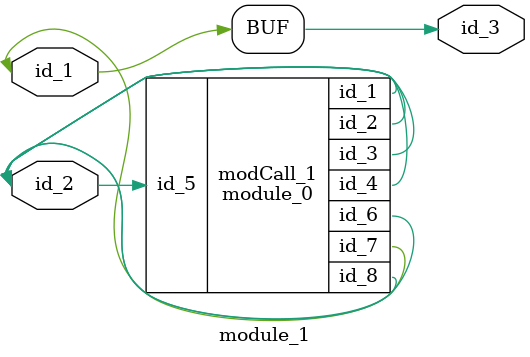
<source format=v>
module module_0 (
    id_1,
    id_2,
    id_3,
    id_4,
    id_5,
    id_6,
    id_7,
    id_8
);
  inout wire id_8;
  output wire id_7;
  inout wire id_6;
  input wire id_5;
  output wire id_4;
  output tri id_3;
  inout wire id_2;
  inout wire id_1;
  assign id_3 = 1 ? 1 === 1'd0 : id_6;
  wire id_9, id_10;
endmodule
module module_1 (
    id_1,
    id_2,
    id_3
);
  output wire id_3;
  inout wire id_2;
  input wire id_1;
  module_0 modCall_1 (
      id_2,
      id_2,
      id_2,
      id_2,
      id_2,
      id_2,
      id_3,
      id_2
  );
  assign id_3 = id_1;
endmodule

</source>
